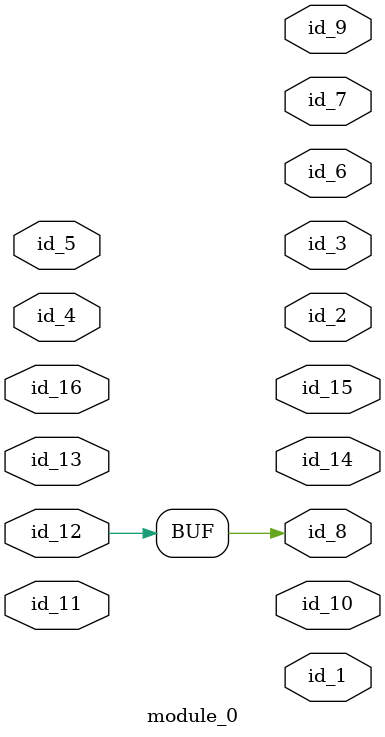
<source format=v>
module module_0 (
    id_1,
    id_2,
    id_3,
    id_4,
    id_5,
    id_6,
    id_7,
    id_8,
    id_9,
    id_10,
    id_11,
    id_12,
    id_13,
    id_14,
    id_15,
    id_16
);
  inout id_16;
  output id_15;
  output id_14;
  inout id_13;
  input id_12;
  input id_11;
  output id_10;
  output id_9;
  output id_8;
  output id_7;
  output id_6;
  input id_5;
  input id_4;
  output id_3;
  output id_2;
  output id_1;
  assign id_8 = id_12;
endmodule

</source>
